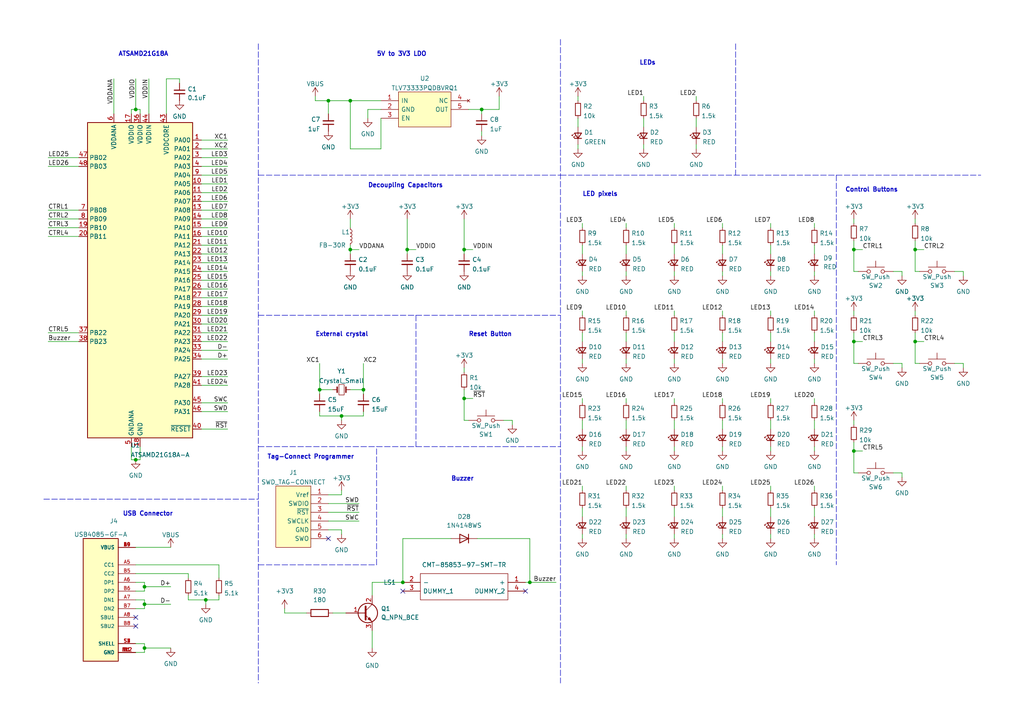
<source format=kicad_sch>
(kicad_sch (version 20211123) (generator eeschema)
  (paper "A4")
  (junction (at 39.37 31.75))
  (junction (at 41.91 187.96))
  (junction (at 247.65 99.06))
  (junction (at 99.06 120.65))
  (junction (at 101.6 72.39))
  (junction (at 265.43 99.06))
  (junction (at 92.71 113.03))
  (junction (at 247.65 130.81))
  (junction (at 95.25 29.21))
  (junction (at 41.91 170.18))
  (junction (at 247.65 72.39))
  (junction (at 265.43 72.39))
  (junction (at 101.6 29.21))
  (junction (at 153.67 168.91))
  (junction (at 116.84 168.91))
  (junction (at 134.62 72.39))
  (junction (at 134.62 115.57))
  (junction (at 118.11 72.39))
  (junction (at 39.37 133.35))
  (junction (at 139.7 31.75))
  (junction (at 105.41 113.03))
  (junction (at 59.69 173.99))
  (junction (at 41.91 175.26))
  (no_connect (at 152.4 171.45))
  (no_connect (at 95.25 156.21))
  (no_connect (at 39.37 181.61))
  (no_connect (at 39.37 179.07))
  (no_connect (at 116.84 171.45))
  (wire (pts (xy 58.42 99.06) (xy 66.04 99.06)))
  (wire (pts (xy 82.55 177.8) (xy 82.55 176.53)))
  (wire (pts (xy 58.42 73.66) (xy 66.04 73.66)))
  (wire (pts (xy 247.65 128.27) (xy 247.65 130.81)))
  (wire (pts (xy 209.55 115.57) (xy 209.55 116.84)))
  (wire (pts (xy 276.86 78.74) (xy 279.4 78.74)))
  (wire (pts (xy 48.26 22.86) (xy 48.26 33.02)))
  (wire (pts (xy 247.65 130.81) (xy 247.65 137.16)))
  (wire (pts (xy 167.64 41.91) (xy 167.64 43.18)))
  (wire (pts (xy 40.64 31.75) (xy 39.37 31.75)))
  (wire (pts (xy 259.08 137.16) (xy 261.62 137.16)))
  (wire (pts (xy 138.43 156.21) (xy 153.67 156.21)))
  (wire (pts (xy 41.91 176.53) (xy 39.37 176.53)))
  (wire (pts (xy 58.42 78.74) (xy 66.04 78.74)))
  (polyline (pts (xy 74.93 91.44) (xy 162.56 91.44)))
  (wire (pts (xy 58.42 93.98) (xy 66.04 93.98)))
  (wire (pts (xy 54.61 166.37) (xy 54.61 167.64)))
  (wire (pts (xy 58.42 60.96) (xy 66.04 60.96)))
  (wire (pts (xy 236.22 147.32) (xy 236.22 149.86)))
  (wire (pts (xy 195.58 78.74) (xy 195.58 80.01)))
  (polyline (pts (xy 120.65 91.44) (xy 120.65 129.54)))
  (wire (pts (xy 13.97 45.72) (xy 22.86 45.72)))
  (wire (pts (xy 236.22 64.77) (xy 236.22 66.04)))
  (wire (pts (xy 134.62 113.03) (xy 134.62 115.57)))
  (wire (pts (xy 209.55 147.32) (xy 209.55 149.86)))
  (wire (pts (xy 223.52 90.17) (xy 223.52 91.44)))
  (wire (pts (xy 91.44 29.21) (xy 95.25 29.21)))
  (wire (pts (xy 13.97 96.52) (xy 22.86 96.52)))
  (wire (pts (xy 181.61 64.77) (xy 181.61 66.04)))
  (wire (pts (xy 58.42 88.9) (xy 66.04 88.9)))
  (wire (pts (xy 95.25 148.59) (xy 104.14 148.59)))
  (wire (pts (xy 223.52 140.97) (xy 223.52 142.24)))
  (wire (pts (xy 223.52 154.94) (xy 223.52 156.21)))
  (wire (pts (xy 96.52 177.8) (xy 100.33 177.8)))
  (wire (pts (xy 116.84 168.91) (xy 116.84 156.21)))
  (wire (pts (xy 261.62 105.41) (xy 261.62 106.68)))
  (wire (pts (xy 106.68 31.75) (xy 110.49 31.75)))
  (wire (pts (xy 247.65 130.81) (xy 250.19 130.81)))
  (wire (pts (xy 236.22 154.94) (xy 236.22 156.21)))
  (wire (pts (xy 236.22 129.54) (xy 236.22 130.81)))
  (wire (pts (xy 39.37 173.99) (xy 41.91 173.99)))
  (wire (pts (xy 168.91 71.12) (xy 168.91 73.66)))
  (wire (pts (xy 95.25 29.21) (xy 95.25 33.02)))
  (wire (pts (xy 99.06 120.65) (xy 92.71 120.65)))
  (wire (pts (xy 39.37 186.69) (xy 41.91 186.69)))
  (wire (pts (xy 265.43 99.06) (xy 265.43 105.41)))
  (wire (pts (xy 58.42 116.84) (xy 66.04 116.84)))
  (wire (pts (xy 247.65 96.52) (xy 247.65 99.06)))
  (wire (pts (xy 48.26 22.86) (xy 52.07 22.86)))
  (wire (pts (xy 236.22 115.57) (xy 236.22 116.84)))
  (wire (pts (xy 91.44 27.94) (xy 91.44 29.21)))
  (wire (pts (xy 58.42 68.58) (xy 66.04 68.58)))
  (wire (pts (xy 247.65 78.74) (xy 248.92 78.74)))
  (wire (pts (xy 265.43 72.39) (xy 265.43 78.74)))
  (wire (pts (xy 38.1 31.75) (xy 39.37 31.75)))
  (wire (pts (xy 265.43 63.5) (xy 265.43 64.77)))
  (wire (pts (xy 41.91 173.99) (xy 41.91 175.26)))
  (wire (pts (xy 236.22 90.17) (xy 236.22 91.44)))
  (polyline (pts (xy 162.56 50.8) (xy 284.48 50.8)))
  (wire (pts (xy 247.65 99.06) (xy 247.65 105.41)))
  (wire (pts (xy 41.91 186.69) (xy 41.91 187.96)))
  (wire (pts (xy 209.55 154.94) (xy 209.55 156.21)))
  (wire (pts (xy 58.42 86.36) (xy 66.04 86.36)))
  (wire (pts (xy 265.43 99.06) (xy 267.97 99.06)))
  (polyline (pts (xy 12.7 144.78) (xy 74.93 144.78)))
  (wire (pts (xy 236.22 71.12) (xy 236.22 73.66)))
  (wire (pts (xy 139.7 31.75) (xy 144.78 31.75)))
  (wire (pts (xy 134.62 115.57) (xy 137.16 115.57)))
  (wire (pts (xy 236.22 96.52) (xy 236.22 99.06)))
  (wire (pts (xy 181.61 71.12) (xy 181.61 73.66)))
  (wire (pts (xy 13.97 99.06) (xy 22.86 99.06)))
  (wire (pts (xy 259.08 105.41) (xy 261.62 105.41)))
  (wire (pts (xy 101.6 72.39) (xy 101.6 73.66)))
  (wire (pts (xy 58.42 58.42) (xy 66.04 58.42)))
  (wire (pts (xy 101.6 29.21) (xy 101.6 43.18)))
  (wire (pts (xy 101.6 63.5) (xy 101.6 66.04)))
  (wire (pts (xy 92.71 120.65) (xy 92.71 119.38)))
  (wire (pts (xy 58.42 71.12) (xy 66.04 71.12)))
  (wire (pts (xy 223.52 115.57) (xy 223.52 116.84)))
  (wire (pts (xy 181.61 78.74) (xy 181.61 80.01)))
  (wire (pts (xy 168.91 90.17) (xy 168.91 91.44)))
  (wire (pts (xy 54.61 172.72) (xy 54.61 173.99)))
  (wire (pts (xy 101.6 113.03) (xy 105.41 113.03)))
  (wire (pts (xy 181.61 154.94) (xy 181.61 156.21)))
  (wire (pts (xy 101.6 71.12) (xy 101.6 72.39)))
  (wire (pts (xy 88.9 177.8) (xy 82.55 177.8)))
  (wire (pts (xy 54.61 173.99) (xy 59.69 173.99)))
  (wire (pts (xy 41.91 168.91) (xy 41.91 170.18)))
  (wire (pts (xy 13.97 48.26) (xy 22.86 48.26)))
  (wire (pts (xy 276.86 105.41) (xy 279.4 105.41)))
  (wire (pts (xy 148.59 121.92) (xy 148.59 123.19)))
  (wire (pts (xy 209.55 90.17) (xy 209.55 91.44)))
  (wire (pts (xy 139.7 38.1) (xy 139.7 39.37)))
  (wire (pts (xy 168.91 140.97) (xy 168.91 142.24)))
  (wire (pts (xy 134.62 121.92) (xy 135.89 121.92)))
  (wire (pts (xy 261.62 78.74) (xy 261.62 80.01)))
  (wire (pts (xy 40.64 133.35) (xy 40.64 129.54)))
  (polyline (pts (xy 213.36 12.7) (xy 213.36 50.8)))
  (wire (pts (xy 58.42 119.38) (xy 66.04 119.38)))
  (wire (pts (xy 195.58 90.17) (xy 195.58 91.44)))
  (wire (pts (xy 41.91 187.96) (xy 49.53 187.96)))
  (wire (pts (xy 181.61 147.32) (xy 181.61 149.86)))
  (wire (pts (xy 236.22 140.97) (xy 236.22 142.24)))
  (wire (pts (xy 41.91 170.18) (xy 41.91 171.45)))
  (wire (pts (xy 265.43 105.41) (xy 266.7 105.41)))
  (polyline (pts (xy 74.93 129.54) (xy 162.56 129.54)))
  (wire (pts (xy 63.5 163.83) (xy 63.5 167.64)))
  (wire (pts (xy 52.07 22.86) (xy 52.07 24.13)))
  (wire (pts (xy 41.91 171.45) (xy 39.37 171.45)))
  (wire (pts (xy 181.61 104.14) (xy 181.61 105.41)))
  (wire (pts (xy 259.08 78.74) (xy 261.62 78.74)))
  (wire (pts (xy 38.1 129.54) (xy 38.1 133.35)))
  (wire (pts (xy 209.55 104.14) (xy 209.55 105.41)))
  (wire (pts (xy 58.42 63.5) (xy 66.04 63.5)))
  (wire (pts (xy 146.05 121.92) (xy 148.59 121.92)))
  (wire (pts (xy 106.68 34.29) (xy 106.68 31.75)))
  (wire (pts (xy 236.22 121.92) (xy 236.22 124.46)))
  (polyline (pts (xy 74.93 50.8) (xy 162.56 50.8)))
  (wire (pts (xy 116.84 156.21) (xy 130.81 156.21)))
  (wire (pts (xy 223.52 121.92) (xy 223.52 124.46)))
  (wire (pts (xy 39.37 133.35) (xy 40.64 133.35)))
  (wire (pts (xy 40.64 33.02) (xy 40.64 31.75)))
  (wire (pts (xy 236.22 104.14) (xy 236.22 105.41)))
  (wire (pts (xy 168.91 129.54) (xy 168.91 130.81)))
  (wire (pts (xy 209.55 71.12) (xy 209.55 73.66)))
  (wire (pts (xy 181.61 90.17) (xy 181.61 91.44)))
  (wire (pts (xy 134.62 106.68) (xy 134.62 107.95)))
  (wire (pts (xy 58.42 53.34) (xy 66.04 53.34)))
  (wire (pts (xy 209.55 129.54) (xy 209.55 130.81)))
  (wire (pts (xy 39.37 168.91) (xy 41.91 168.91)))
  (wire (pts (xy 195.58 121.92) (xy 195.58 124.46)))
  (wire (pts (xy 168.91 78.74) (xy 168.91 80.01)))
  (wire (pts (xy 13.97 68.58) (xy 22.86 68.58)))
  (wire (pts (xy 105.41 119.38) (xy 105.41 120.65)))
  (wire (pts (xy 58.42 96.52) (xy 66.04 96.52)))
  (wire (pts (xy 265.43 90.17) (xy 265.43 91.44)))
  (wire (pts (xy 58.42 83.82) (xy 66.04 83.82)))
  (wire (pts (xy 107.95 168.91) (xy 107.95 172.72)))
  (wire (pts (xy 168.91 154.94) (xy 168.91 156.21)))
  (wire (pts (xy 99.06 142.24) (xy 99.06 143.51)))
  (wire (pts (xy 105.41 113.03) (xy 105.41 114.3)))
  (wire (pts (xy 195.58 71.12) (xy 195.58 73.66)))
  (wire (pts (xy 134.62 115.57) (xy 134.62 121.92)))
  (wire (pts (xy 168.91 147.32) (xy 168.91 149.86)))
  (wire (pts (xy 101.6 72.39) (xy 104.14 72.39)))
  (wire (pts (xy 209.55 140.97) (xy 209.55 142.24)))
  (wire (pts (xy 39.37 158.75) (xy 49.53 158.75)))
  (wire (pts (xy 95.25 153.67) (xy 99.06 153.67)))
  (wire (pts (xy 58.42 66.04) (xy 66.04 66.04)))
  (wire (pts (xy 209.55 96.52) (xy 209.55 99.06)))
  (wire (pts (xy 168.91 115.57) (xy 168.91 116.84)))
  (wire (pts (xy 58.42 124.46) (xy 66.04 124.46)))
  (wire (pts (xy 195.58 64.77) (xy 195.58 66.04)))
  (wire (pts (xy 181.61 140.97) (xy 181.61 142.24)))
  (wire (pts (xy 58.42 43.18) (xy 66.04 43.18)))
  (wire (pts (xy 39.37 166.37) (xy 54.61 166.37)))
  (wire (pts (xy 95.25 151.13) (xy 104.14 151.13)))
  (wire (pts (xy 118.11 72.39) (xy 120.65 72.39)))
  (wire (pts (xy 13.97 60.96) (xy 22.86 60.96)))
  (wire (pts (xy 58.42 81.28) (xy 66.04 81.28)))
  (wire (pts (xy 279.4 78.74) (xy 279.4 80.01)))
  (wire (pts (xy 95.25 143.51) (xy 99.06 143.51)))
  (wire (pts (xy 58.42 48.26) (xy 66.04 48.26)))
  (wire (pts (xy 247.65 69.85) (xy 247.65 72.39)))
  (wire (pts (xy 33.02 22.86) (xy 33.02 33.02)))
  (wire (pts (xy 195.58 147.32) (xy 195.58 149.86)))
  (wire (pts (xy 13.97 63.5) (xy 22.86 63.5)))
  (wire (pts (xy 168.91 104.14) (xy 168.91 105.41)))
  (wire (pts (xy 265.43 96.52) (xy 265.43 99.06)))
  (wire (pts (xy 134.62 63.5) (xy 134.62 72.39)))
  (wire (pts (xy 168.91 64.77) (xy 168.91 66.04)))
  (wire (pts (xy 195.58 154.94) (xy 195.58 156.21)))
  (wire (pts (xy 92.71 114.3) (xy 92.71 113.03)))
  (wire (pts (xy 99.06 121.92) (xy 99.06 120.65)))
  (polyline (pts (xy 74.93 12.7) (xy 74.93 198.12)))
  (wire (pts (xy 223.52 147.32) (xy 223.52 149.86)))
  (wire (pts (xy 116.84 168.91) (xy 107.95 168.91)))
  (wire (pts (xy 118.11 63.5) (xy 118.11 72.39)))
  (wire (pts (xy 161.29 168.91) (xy 153.67 168.91)))
  (wire (pts (xy 38.1 33.02) (xy 38.1 31.75)))
  (wire (pts (xy 247.65 72.39) (xy 250.19 72.39)))
  (wire (pts (xy 110.49 34.29) (xy 110.49 43.18)))
  (wire (pts (xy 58.42 111.76) (xy 66.04 111.76)))
  (wire (pts (xy 63.5 172.72) (xy 63.5 173.99)))
  (wire (pts (xy 101.6 43.18) (xy 110.49 43.18)))
  (wire (pts (xy 39.37 22.86) (xy 39.37 31.75)))
  (wire (pts (xy 195.58 115.57) (xy 195.58 116.84)))
  (wire (pts (xy 247.65 90.17) (xy 247.65 91.44)))
  (wire (pts (xy 153.67 168.91) (xy 152.4 168.91)))
  (wire (pts (xy 95.25 146.05) (xy 104.14 146.05)))
  (wire (pts (xy 261.62 137.16) (xy 261.62 138.43)))
  (wire (pts (xy 139.7 31.75) (xy 139.7 33.02)))
  (wire (pts (xy 41.91 189.23) (xy 39.37 189.23)))
  (wire (pts (xy 209.55 64.77) (xy 209.55 66.04)))
  (wire (pts (xy 43.18 22.86) (xy 43.18 33.02)))
  (wire (pts (xy 223.52 71.12) (xy 223.52 73.66)))
  (wire (pts (xy 223.52 78.74) (xy 223.52 80.01)))
  (wire (pts (xy 265.43 78.74) (xy 266.7 78.74)))
  (wire (pts (xy 38.1 133.35) (xy 39.37 133.35)))
  (wire (pts (xy 92.71 113.03) (xy 96.52 113.03)))
  (wire (pts (xy 223.52 64.77) (xy 223.52 66.04)))
  (wire (pts (xy 107.95 182.88) (xy 107.95 187.96)))
  (wire (pts (xy 223.52 104.14) (xy 223.52 105.41)))
  (wire (pts (xy 101.6 29.21) (xy 110.49 29.21)))
  (wire (pts (xy 247.65 137.16) (xy 248.92 137.16)))
  (wire (pts (xy 265.43 72.39) (xy 267.97 72.39)))
  (wire (pts (xy 186.69 41.91) (xy 186.69 43.18)))
  (wire (pts (xy 41.91 175.26) (xy 41.91 176.53)))
  (wire (pts (xy 58.42 101.6) (xy 66.04 101.6)))
  (wire (pts (xy 41.91 170.18) (xy 49.53 170.18)))
  (wire (pts (xy 58.42 104.14) (xy 66.04 104.14)))
  (wire (pts (xy 201.93 41.91) (xy 201.93 43.18)))
  (wire (pts (xy 95.25 29.21) (xy 101.6 29.21)))
  (wire (pts (xy 195.58 104.14) (xy 195.58 105.41)))
  (wire (pts (xy 247.65 121.92) (xy 247.65 123.19)))
  (wire (pts (xy 168.91 121.92) (xy 168.91 124.46)))
  (polyline (pts (xy 242.57 50.8) (xy 242.57 163.83)))
  (wire (pts (xy 59.69 173.99) (xy 59.69 175.26)))
  (wire (pts (xy 181.61 129.54) (xy 181.61 130.81)))
  (wire (pts (xy 58.42 45.72) (xy 66.04 45.72)))
  (wire (pts (xy 181.61 115.57) (xy 181.61 116.84)))
  (wire (pts (xy 195.58 140.97) (xy 195.58 142.24)))
  (wire (pts (xy 195.58 96.52) (xy 195.58 99.06)))
  (wire (pts (xy 167.64 27.94) (xy 167.64 29.21)))
  (polyline (pts (xy 109.22 163.83) (xy 109.22 129.54)))
  (wire (pts (xy 144.78 27.94) (xy 144.78 31.75)))
  (wire (pts (xy 247.65 63.5) (xy 247.65 64.77)))
  (polyline (pts (xy 74.93 163.83) (xy 109.22 163.83)))
  (wire (pts (xy 99.06 153.67) (xy 99.06 154.94)))
  (wire (pts (xy 39.37 163.83) (xy 63.5 163.83)))
  (wire (pts (xy 41.91 175.26) (xy 49.53 175.26)))
  (wire (pts (xy 209.55 78.74) (xy 209.55 80.01)))
  (wire (pts (xy 58.42 76.2) (xy 66.04 76.2)))
  (wire (pts (xy 195.58 129.54) (xy 195.58 130.81)))
  (wire (pts (xy 41.91 187.96) (xy 41.91 189.23)))
  (wire (pts (xy 167.64 34.29) (xy 167.64 36.83)))
  (wire (pts (xy 181.61 96.52) (xy 181.61 99.06)))
  (wire (pts (xy 58.42 91.44) (xy 66.04 91.44)))
  (wire (pts (xy 118.11 72.39) (xy 118.11 73.66)))
  (wire (pts (xy 265.43 69.85) (xy 265.43 72.39)))
  (wire (pts (xy 247.65 72.39) (xy 247.65 78.74)))
  (wire (pts (xy 223.52 96.52) (xy 223.52 99.06)))
  (wire (pts (xy 58.42 50.8) (xy 66.04 50.8)))
  (wire (pts (xy 58.42 40.64) (xy 66.04 40.64)))
  (wire (pts (xy 201.93 27.94) (xy 201.93 29.21)))
  (wire (pts (xy 99.06 120.65) (xy 105.41 120.65)))
  (wire (pts (xy 209.55 121.92) (xy 209.55 124.46)))
  (wire (pts (xy 13.97 66.04) (xy 22.86 66.04)))
  (wire (pts (xy 134.62 72.39) (xy 137.16 72.39)))
  (wire (pts (xy 247.65 105.41) (xy 248.92 105.41)))
  (wire (pts (xy 186.69 34.29) (xy 186.69 36.83)))
  (wire (pts (xy 247.65 99.06) (xy 250.19 99.06)))
  (wire (pts (xy 223.52 129.54) (xy 223.52 130.81)))
  (wire (pts (xy 168.91 96.52) (xy 168.91 99.06)))
  (wire (pts (xy 186.69 27.94) (xy 186.69 29.21)))
  (wire (pts (xy 58.42 55.88) (xy 66.04 55.88)))
  (wire (pts (xy 135.89 31.75) (xy 139.7 31.75)))
  (wire (pts (xy 92.71 105.41) (xy 92.71 113.03)))
  (polyline (pts (xy 162.56 11.43) (xy 162.56 198.12)))
  (wire (pts (xy 181.61 121.92) (xy 181.61 124.46)))
  (wire (pts (xy 236.22 78.74) (xy 236.22 80.01)))
  (wire (pts (xy 279.4 105.41) (xy 279.4 106.68)))
  (wire (pts (xy 153.67 156.21) (xy 153.67 168.91)))
  (wire (pts (xy 58.42 109.22) (xy 66.04 109.22)))
  (wire (pts (xy 105.41 105.41) (xy 105.41 113.03)))
  (wire (pts (xy 134.62 72.39) (xy 134.62 73.66)))
  (wire (pts (xy 201.93 34.29) (xy 201.93 36.83)))
  (wire (pts (xy 59.69 173.99) (xy 63.5 173.99)))
  (text "5V to 3V3 LDO" (at 109.22 16.51 0) (effects (font (size 1.27 1.27) (thickness 0.254) bold) (justify left bottom)))
  (text "Control Buttons" (at 245.11 55.88 0) (effects (font (size 1.27 1.27) (thickness 0.254) bold) (justify left bottom)))
  (text "External crystal" (at 91.44 97.79 0) (effects (font (size 1.27 1.27) (thickness 0.254) bold) (justify left bottom)))
  (text "Tag-Connect Programmer" (at 77.47 133.35 0) (effects (font (size 1.27 1.27) (thickness 0.254) bold) (justify left bottom)))
  (text "Decoupling Capacitors" (at 106.68 54.61 0) (effects (font (size 1.27 1.27) (thickness 0.254) bold) (justify left bottom)))
  (text "Buzzer" (at 130.81 139.7 0) (effects (font (size 1.27 1.27) (thickness 0.254) bold) (justify left bottom)))
  (text "LEDs" (at 185.42 19.05 0) (effects (font (size 1.27 1.27) (thickness 0.254) bold) (justify left bottom)))
  (text "USB Connector" (at 35.56 149.86 0) (effects (font (size 1.27 1.27) (thickness 0.254) bold) (justify left bottom)))
  (text "ATSAMD21G18A" (at 34.29 16.51 0) (effects (font (size 1.27 1.27) (thickness 0.254) bold) (justify left bottom)))
  (text "Reset Button" (at 135.89 97.79 0) (effects (font (size 1.27 1.27) (thickness 0.254) bold) (justify left bottom)))
  (text "LED pixels" (at 168.91 57.15 0) (effects (font (size 1.27 1.27) (thickness 0.254) bold) (justify left bottom)))
  (label "LED26" (at 236.22 140.97 180) (effects (font (size 1.2446 1.2446))))
  (label "VDDIO" (at 39.37 22.86 270))
  (label "LED9" (at 66.04 66.04 180))
  (label "LED26" (at 13.97 48.26 0))
  (label "LED3" (at 168.91 64.77 180) (effects (font (size 1.2446 1.2446))))
  (label "CTRL3" (at 250.19 99.06 0))
  (label "LED17" (at 66.04 86.36 180))
  (label "LED23" (at 195.58 140.97 180) (effects (font (size 1.2446 1.2446))))
  (label "VDDIO" (at 120.65 72.39 0))
  (label "LED19" (at 223.52 115.57 180) (effects (font (size 1.2446 1.2446))))
  (label "LED1" (at 66.04 53.34 180) (effects (font (size 1.2446 1.2446))))
  (label "LED22" (at 181.61 140.97 180) (effects (font (size 1.2446 1.2446))))
  (label "LED16" (at 66.04 83.82 180))
  (label "CTRL2" (at 13.97 63.5 0))
  (label "CTRL1" (at 250.19 72.39 0))
  (label "CTRL5" (at 250.19 130.81 0))
  (label "LED6" (at 66.04 58.42 180))
  (label "LED24" (at 66.04 111.76 180))
  (label "VDDANA" (at 104.14 72.39 0))
  (label "LED9" (at 168.91 90.17 180) (effects (font (size 1.2446 1.2446))))
  (label "LED4" (at 66.04 48.26 180))
  (label "SWD" (at 66.04 119.38 180) (effects (font (size 1.2446 1.2446))))
  (label "LED20" (at 236.22 115.57 180) (effects (font (size 1.2446 1.2446))))
  (label "LED5" (at 195.58 64.77 180) (effects (font (size 1.2446 1.2446))))
  (label "LED15" (at 168.91 115.57 180) (effects (font (size 1.2446 1.2446))))
  (label "SWC" (at 66.04 116.84 180) (effects (font (size 1.2446 1.2446))))
  (label "LED25" (at 13.97 45.72 0))
  (label "LED3" (at 66.04 45.72 180))
  (label "LED14" (at 236.22 90.17 180) (effects (font (size 1.2446 1.2446))))
  (label "LED5" (at 66.04 50.8 180))
  (label "D+" (at 66.04 104.14 180) (effects (font (size 1.2446 1.2446))))
  (label "XC2" (at 66.04 43.18 180))
  (label "LED8" (at 236.22 64.77 180) (effects (font (size 1.2446 1.2446))))
  (label "LED14" (at 66.04 78.74 180))
  (label "LED7" (at 223.52 64.77 180) (effects (font (size 1.2446 1.2446))))
  (label "XC1" (at 92.71 105.41 180))
  (label "Buzzer" (at 13.97 99.06 0))
  (label "CTRL4" (at 13.97 68.58 0))
  (label "~{RST}" (at 137.16 115.57 0))
  (label "LED8" (at 66.04 63.5 180))
  (label "LED6" (at 209.55 64.77 180) (effects (font (size 1.2446 1.2446))))
  (label "SWD" (at 104.14 146.05 180) (effects (font (size 1.2446 1.2446))))
  (label "VDDIN" (at 137.16 72.39 0))
  (label "LED10" (at 66.04 68.58 180))
  (label "LED11" (at 66.04 71.12 180))
  (label "LED2" (at 66.04 55.88 180) (effects (font (size 1.2446 1.2446))))
  (label "SWC" (at 104.14 151.13 180) (effects (font (size 1.2446 1.2446))))
  (label "LED18" (at 209.55 115.57 180) (effects (font (size 1.2446 1.2446))))
  (label "~{RST}" (at 66.04 124.46 180))
  (label "CTRL3" (at 13.97 66.04 0))
  (label "LED7" (at 66.04 60.96 180))
  (label "LED23" (at 66.04 109.22 180))
  (label "LED25" (at 223.52 140.97 180) (effects (font (size 1.2446 1.2446))))
  (label "CTRL4" (at 267.97 99.06 0))
  (label "LED15" (at 66.04 81.28 180))
  (label "CTRL2" (at 267.97 72.39 0))
  (label "VDDIN" (at 43.18 22.86 270))
  (label "LED20" (at 66.04 93.98 180))
  (label "LED12" (at 209.55 90.17 180) (effects (font (size 1.2446 1.2446))))
  (label "D+" (at 49.53 170.18 180))
  (label "XC2" (at 105.41 105.41 0))
  (label "CTRL1" (at 13.97 60.96 0))
  (label "LED11" (at 195.58 90.17 180) (effects (font (size 1.2446 1.2446))))
  (label "LED21" (at 168.91 140.97 180) (effects (font (size 1.2446 1.2446))))
  (label "LED18" (at 66.04 88.9 180))
  (label "LED12" (at 66.04 73.66 180))
  (label "LED1" (at 186.69 27.94 180) (effects (font (size 1.2446 1.2446))))
  (label "LED4" (at 181.61 64.77 180) (effects (font (size 1.2446 1.2446))))
  (label "LED19" (at 66.04 91.44 180))
  (label "LED13" (at 66.04 76.2 180))
  (label "D-" (at 49.53 175.26 180))
  (label "Buzzer" (at 161.29 168.91 180))
  (label "LED10" (at 181.61 90.17 180) (effects (font (size 1.2446 1.2446))))
  (label "LED2" (at 201.93 27.94 180) (effects (font (size 1.2446 1.2446))))
  (label "LED17" (at 195.58 115.57 180) (effects (font (size 1.2446 1.2446))))
  (label "D-" (at 66.04 101.6 180) (effects (font (size 1.2446 1.2446))))
  (label "LED16" (at 181.61 115.57 180) (effects (font (size 1.2446 1.2446))))
  (label "~{RST}" (at 104.14 148.59 180))
  (label "LED22" (at 66.04 99.06 180))
  (label "CTRL5" (at 13.97 96.52 0))
  (label "LED24" (at 209.55 140.97 180) (effects (font (size 1.2446 1.2446))))
  (label "XC1" (at 66.04 40.64 180))
  (label "LED13" (at 223.52 90.17 180) (effects (font (size 1.2446 1.2446))))
  (label "VDDANA" (at 33.02 22.86 270))
  (label "LED21" (at 66.04 96.52 180))
  (symbol (lib_id "Device:LED_Small") (at 181.61 101.6 90) (unit 1)
    (property "Reference" "D11" (at 183.388 100.628 90) (effects (justify right)))
    (property "Value" "RED" (at 183.388 103.4031 90) (effects (justify right)))
    (property "Footprint" "LED_SMD:LED_0603_1608Metric" (effects hide))
  )
  (symbol (lib_id "Device:LED_Small") (at 201.93 39.37 90) (unit 1)
    (property "Reference" "D3" (at 203.708 38.398 90) (effects (justify right)))
    (property "Value" "RED" (at 203.708 41.1731 90) (effects (justify right)))
    (property "Footprint" "LED_SMD:LED_0603_1608Metric" (effects hide))
  )
  (symbol (lib_id "Switch:SW_Push") (at 254 78.74 0) (unit 1)
    (property "Reference" "SW2" (at 254 82.8208 0))
    (property "Value" "SW_Push" (at 254 80.2839 0))
    (property "Footprint" "Button_Switch_SMD:SW_SPST_TL3305A" (effects hide))
  )
  (symbol (lib_id "power:GND") (at 59.69 175.26 0) (unit 1)
    (property "Reference" "#PWR0123" (effects hide))
    (property "Value" "GND" (at 59.69 179.8225 0))
  )
  (symbol (lib_id "Device:C_Small") (at 139.7 35.56 0) (unit 1)
    (property "Reference" "C8" (at 142.0241 34.6578 0) (effects (justify left)))
    (property "Value" "1uF" (at 142.0241 37.4329 0) (effects (justify left)))
    (property "Footprint" "Capacitor_SMD:C_0603_1608Metric" (effects hide))
  )
  (symbol (lib_id "Device:R_Small") (at 181.61 68.58 0) (unit 1)
    (property "Reference" "R10" (at 183.1086 67.6715 0) (effects (justify left)))
    (property "Value" "1.5k" (at 183.1086 70.4466 0) (effects (justify left)))
    (property "Footprint" "Resistor_SMD:R_0603_1608Metric" (effects hide))
  )
  (symbol (lib_id "power:GND") (at 52.07 29.21 0) (unit 1)
    (property "Reference" "#PWR0120" (effects hide))
    (property "Value" "GND" (at 52.07 33.7725 0))
  )
  (symbol (lib_id "Device:R_Small") (at 223.52 144.78 0) (unit 1)
    (property "Reference" "R35" (at 225.0186 143.8715 0) (effects (justify left)))
    (property "Value" "1.5k" (at 225.0186 146.6466 0) (effects (justify left)))
    (property "Footprint" "Resistor_SMD:R_0603_1608Metric" (effects hide))
  )
  (symbol (lib_id "power:GND") (at 168.91 105.41 0) (unit 1)
    (property "Reference" "#PWR0142" (effects hide))
    (property "Value" "GND" (at 168.91 109.9725 0))
  )
  (symbol (lib_id "power:GND") (at 139.7 39.37 0) (unit 1)
    (property "Reference" "#PWR0103" (effects hide))
    (property "Value" "GND" (at 139.7 43.9325 0))
  )
  (symbol (lib_id "Device:R") (at 92.71 177.8 90) (unit 1)
    (property "Reference" "R30" (at 92.71 171.45 90))
    (property "Value" "180" (at 92.71 173.99 90))
    (property "Footprint" "Resistor_SMD:R_0603_1608Metric_Pad0.98x0.95mm_HandSolder" (effects hide))
  )
  (symbol (lib_id "power:+3V3") (at 247.65 63.5 0) (unit 1)
    (property "Reference" "#PWR0158" (effects hide))
    (property "Value" "+3V3" (at 247.65 59.8955 0))
  )
  (symbol (lib_id "power:+3V3") (at 101.6 63.5 0) (unit 1)
    (property "Reference" "#PWR0109" (effects hide))
    (property "Value" "+3V3" (at 101.6 59.8955 0))
  )
  (symbol (lib_id "Device:Q_NPN_BCE") (at 105.41 177.8 0) (unit 1)
    (property "Reference" "Q1" (at 110.49 176.5299 0) (effects (justify left)))
    (property "Value" "Q_NPN_BCE" (at 110.49 179.0699 0) (effects (justify left)))
    (property "Footprint" "Package_TO_SOT_SMD:SOT-23-3" (effects hide))
  )
  (symbol (lib_id "power:GND") (at 195.58 80.01 0) (unit 1)
    (property "Reference" "#PWR0140" (effects hide))
    (property "Value" "GND" (at 195.58 84.5725 0))
  )
  (symbol (lib_id "power:VBUS") (at 91.44 27.94 0) (unit 1)
    (property "Reference" "#PWR0102" (effects hide))
    (property "Value" "VBUS" (at 91.44 24.3355 0))
  )
  (symbol (lib_id "power:GND") (at 209.55 80.01 0) (unit 1)
    (property "Reference" "#PWR0137" (effects hide))
    (property "Value" "GND" (at 209.55 84.5725 0))
  )
  (symbol (lib_id "Device:R_Small") (at 265.43 93.98 0) (unit 1)
    (property "Reference" "R22" (at 266.9286 93.0715 0) (effects (justify left)))
    (property "Value" "10k" (at 266.9286 95.8466 0) (effects (justify left)))
    (property "Footprint" "Resistor_SMD:R_0603_1608Metric" (effects hide))
  )
  (symbol (lib_id "Device:R_Small") (at 186.69 31.75 0) (unit 1)
    (property "Reference" "R3" (at 188.1886 30.8415 0) (effects (justify left)))
    (property "Value" "1.5k" (at 188.1886 33.6166 0) (effects (justify left)))
    (property "Footprint" "Resistor_SMD:R_0603_1608Metric" (effects hide))
  )
  (symbol (lib_id "power:GND") (at 261.62 80.01 0) (unit 1)
    (property "Reference" "#PWR0149" (effects hide))
    (property "Value" "GND" (at 261.62 84.5725 0))
  )
  (symbol (lib_id "Switch:SW_Push") (at 271.78 78.74 0) (unit 1)
    (property "Reference" "SW3" (at 271.78 82.8208 0))
    (property "Value" "SW_Push" (at 271.78 80.2839 0))
    (property "Footprint" "Button_Switch_SMD:SW_SPST_TL3305A" (effects hide))
  )
  (symbol (lib_id "Device:C_Small") (at 118.11 76.2 0) (unit 1)
    (property "Reference" "C3" (at 120.4341 75.2978 0) (effects (justify left)))
    (property "Value" "0.1uF" (at 120.4341 78.0729 0) (effects (justify left)))
    (property "Footprint" "Capacitor_SMD:C_0603_1608Metric" (effects hide))
  )
  (symbol (lib_id "power:GND") (at 99.06 121.92 0) (unit 1)
    (property "Reference" "#PWR0107" (effects hide))
    (property "Value" "GND" (at 99.06 126.4825 0))
  )
  (symbol (lib_id "Device:R_Small") (at 236.22 93.98 0) (unit 1)
    (property "Reference" "R20" (at 237.7186 93.0715 0) (effects (justify left)))
    (property "Value" "1.5k" (at 237.7186 95.8466 0) (effects (justify left)))
    (property "Footprint" "Resistor_SMD:R_0603_1608Metric" (effects hide))
  )
  (symbol (lib_id "Device:R_Small") (at 265.43 67.31 0) (unit 1)
    (property "Reference" "R8" (at 266.9286 66.4015 0) (effects (justify left)))
    (property "Value" "10k" (at 266.9286 69.1766 0) (effects (justify left)))
    (property "Footprint" "Resistor_SMD:R_0603_1608Metric" (effects hide))
  )
  (symbol (lib_id "Device:LED_Small") (at 223.52 76.2 90) (unit 1)
    (property "Reference" "D8" (at 225.298 75.228 90) (effects (justify right)))
    (property "Value" "RED" (at 225.298 78.0031 90) (effects (justify right)))
    (property "Footprint" "LED_SMD:LED_0603_1608Metric" (effects hide))
  )
  (symbol (lib_id "power:GND") (at 167.64 43.18 0) (unit 1)
    (property "Reference" "#PWR0118" (effects hide))
    (property "Value" "GND" (at 167.64 47.7425 0))
  )
  (symbol (lib_id "Device:LED_Small") (at 195.58 127 90) (unit 1)
    (property "Reference" "D18" (at 197.358 126.028 90) (effects (justify right)))
    (property "Value" "RED" (at 197.358 128.8031 90) (effects (justify right)))
    (property "Footprint" "LED_SMD:LED_0603_1608Metric" (effects hide))
  )
  (symbol (lib_id "Device:LED_Small") (at 236.22 76.2 90) (unit 1)
    (property "Reference" "D9" (at 238.76 74.8664 90) (effects (justify right)))
    (property "Value" "RED" (at 238.76 77.4064 90) (effects (justify right)))
    (property "Footprint" "LED_SMD:LED_0603_1608Metric" (effects hide))
  )
  (symbol (lib_id "power:+3V3") (at 247.65 90.17 0) (unit 1)
    (property "Reference" "#PWR0159" (effects hide))
    (property "Value" "+3V3" (at 247.65 86.5655 0))
  )
  (symbol (lib_id "power:GND") (at 148.59 123.19 0) (unit 1)
    (property "Reference" "#PWR0104" (effects hide))
    (property "Value" "GND" (at 148.59 127.7525 0))
  )
  (symbol (lib_id "Device:C_Small") (at 95.25 35.56 0) (mirror x) (unit 1)
    (property "Reference" "C7" (at 92.9259 34.6451 0) (effects (justify right)))
    (property "Value" "1uF" (at 92.9259 37.4202 0) (effects (justify right)))
    (property "Footprint" "Capacitor_SMD:C_0603_1608Metric" (effects hide))
  )
  (symbol (lib_id "power:GND") (at 195.58 156.21 0) (unit 1)
    (property "Reference" "#PWR0116" (effects hide))
    (property "Value" "GND" (at 195.58 160.7725 0))
  )
  (symbol (lib_id "power:GND") (at 186.69 43.18 0) (unit 1)
    (property "Reference" "#PWR0119" (effects hide))
    (property "Value" "GND" (at 186.69 47.7425 0))
  )
  (symbol (lib_id "Device:LED_Small") (at 167.64 39.37 90) (unit 1)
    (property "Reference" "D1" (at 169.418 38.398 90) (effects (justify right)))
    (property "Value" "GREEN" (at 169.418 41.1731 90) (effects (justify right)))
    (property "Footprint" "LED_SMD:LED_0603_1608Metric" (effects hide))
  )
  (symbol (lib_id "Device:LED_Small") (at 209.55 101.6 90) (unit 1)
    (property "Reference" "D13" (at 211.328 100.628 90) (effects (justify right)))
    (property "Value" "RED" (at 211.328 103.4031 90) (effects (justify right)))
    (property "Footprint" "LED_SMD:LED_0603_1608Metric" (effects hide))
  )
  (symbol (lib_id "Device:C_Small") (at 101.6 76.2 0) (unit 1)
    (property "Reference" "C2" (at 103.9241 75.2978 0) (effects (justify left)))
    (property "Value" "0.1uF" (at 103.9241 78.0729 0) (effects (justify left)))
    (property "Footprint" "Capacitor_SMD:C_0603_1608Metric" (effects hide))
  )
  (symbol (lib_id "Device:R_Small") (at 168.91 93.98 0) (unit 1)
    (property "Reference" "R15" (at 170.4086 93.0715 0) (effects (justify left)))
    (property "Value" "1.5k" (at 170.4086 95.8466 0) (effects (justify left)))
    (property "Footprint" "Resistor_SMD:R_0603_1608Metric" (effects hide))
  )
  (symbol (lib_id "power:GND") (at 181.61 130.81 0) (unit 1)
    (property "Reference" "#PWR0131" (effects hide))
    (property "Value" "GND" (at 181.61 135.3725 0))
  )
  (symbol (lib_id "Device:LED_Small") (at 195.58 76.2 90) (unit 1)
    (property "Reference" "D6" (at 197.358 75.228 90) (effects (justify right)))
    (property "Value" "RED" (at 197.358 78.0031 90) (effects (justify right)))
    (property "Footprint" "LED_SMD:LED_0603_1608Metric" (effects hide))
  )
  (symbol (lib_id "power:+3V3") (at 167.64 27.94 0) (unit 1)
    (property "Reference" "#PWR0115" (effects hide))
    (property "Value" "+3V3" (at 167.64 24.3355 0))
  )
  (symbol (lib_id "Device:C_Small") (at 134.62 76.2 0) (unit 1)
    (property "Reference" "C4" (at 136.9441 75.2978 0) (effects (justify left)))
    (property "Value" "0.1uF" (at 136.9441 78.0729 0) (effects (justify left)))
    (property "Footprint" "Capacitor_SMD:C_0603_1608Metric" (effects hide))
  )
  (symbol (lib_id "Device:R_Small") (at 236.22 144.78 0) (unit 1)
    (property "Reference" "R36" (at 237.7186 143.8715 0) (effects (justify left)))
    (property "Value" "1.5k" (at 237.7186 146.6466 0) (effects (justify left)))
    (property "Footprint" "Resistor_SMD:R_0603_1608Metric" (effects hide))
  )
  (symbol (lib_id "Device:LED_Small") (at 223.52 152.4 90) (unit 1)
    (property "Reference" "D26" (at 225.298 151.428 90) (effects (justify right)))
    (property "Value" "RED" (at 225.298 154.2031 90) (effects (justify right)))
    (property "Footprint" "LED_SMD:LED_0603_1608Metric" (effects hide))
  )
  (symbol (lib_id "power:GND") (at 209.55 130.81 0) (unit 1)
    (property "Reference" "#PWR0128" (effects hide))
    (property "Value" "GND" (at 209.55 135.3725 0))
  )
  (symbol (lib_id "power:+3V3") (at 134.62 106.68 0) (unit 1)
    (property "Reference" "#PWR0113" (effects hide))
    (property "Value" "+3V3" (at 134.62 103.0755 0))
  )
  (symbol (lib_id "power:GND") (at 195.58 105.41 0) (unit 1)
    (property "Reference" "#PWR0143" (effects hide))
    (property "Value" "GND" (at 195.58 109.9725 0))
  )
  (symbol (lib_id "Device:LED_Small") (at 223.52 101.6 90) (unit 1)
    (property "Reference" "D14" (at 225.298 100.628 90) (effects (justify right)))
    (property "Value" "RED" (at 225.298 103.4031 90) (effects (justify right)))
    (property "Footprint" "LED_SMD:LED_0603_1608Metric" (effects hide))
  )
  (symbol (lib_id "Device:R_Small") (at 168.91 119.38 0) (unit 1)
    (property "Reference" "R23" (at 170.4086 118.4715 0) (effects (justify left)))
    (property "Value" "1.5k" (at 170.4086 121.2466 0) (effects (justify left)))
    (property "Footprint" "Resistor_SMD:R_0603_1608Metric" (effects hide))
  )
  (symbol (lib_id "Device:LED_Small") (at 195.58 101.6 90) (unit 1)
    (property "Reference" "D12" (at 197.358 100.628 90) (effects (justify right)))
    (property "Value" "RED" (at 197.358 103.4031 90) (effects (justify right)))
    (property "Footprint" "LED_SMD:LED_0603_1608Metric" (effects hide))
  )
  (symbol (lib_id "power:GND") (at 118.11 78.74 0) (unit 1)
    (property "Reference" "#PWR0110" (effects hide))
    (property "Value" "GND" (at 118.11 83.3025 0))
  )
  (symbol (lib_id "power:GND") (at 39.37 133.35 0) (unit 1)
    (property "Reference" "#PWR0105" (effects hide))
    (property "Value" "GND" (at 39.37 137.9125 0))
  )
  (symbol (lib_id "Device:R_Small") (at 195.58 119.38 0) (unit 1)
    (property "Reference" "R25" (at 197.0786 118.4715 0) (effects (justify left)))
    (property "Value" "1.5k" (at 197.0786 121.2466 0) (effects (justify left)))
    (property "Footprint" "Resistor_SMD:R_0603_1608Metric" (effects hide))
  )
  (symbol (lib_id "Device:R_Small") (at 209.55 68.58 0) (unit 1)
    (property "Reference" "R12" (at 211.0486 67.6715 0) (effects (justify left)))
    (property "Value" "1.5k" (at 211.0486 70.4466 0) (effects (justify left)))
    (property "Footprint" "Resistor_SMD:R_0603_1608Metric" (effects hide))
  )
  (symbol (lib_id "power:GND") (at 134.62 78.74 0) (unit 1)
    (property "Reference" "#PWR0106" (effects hide))
    (property "Value" "GND" (at 134.62 83.3025 0))
  )
  (symbol (lib_id "Device:R_Small") (at 195.58 93.98 0) (unit 1)
    (property "Reference" "R17" (at 197.0786 93.0715 0) (effects (justify left)))
    (property "Value" "1.5k" (at 197.0786 95.8466 0) (effects (justify left)))
    (property "Footprint" "Resistor_SMD:R_0603_1608Metric" (effects hide))
  )
  (symbol (lib_id "power:GND") (at 236.22 80.01 0) (unit 1)
    (property "Reference" "#PWR0161" (effects hide))
    (property "Value" "GND" (at 236.22 84.5725 0))
  )
  (symbol (lib_id "power:GND") (at 101.6 78.74 0) (unit 1)
    (property "Reference" "#PWR0111" (effects hide))
    (property "Value" "GND" (at 101.6 83.3025 0))
  )
  (symbol (lib_id "power:GND") (at 261.62 106.68 0) (unit 1)
    (property "Reference" "#PWR0148" (effects hide))
    (property "Value" "GND" (at 261.62 111.2425 0))
  )
  (symbol (lib_id "Device:C_Small") (at 105.41 116.84 0) (unit 1)
    (property "Reference" "C6" (at 107.7341 115.9378 0) (effects (justify left)))
    (property "Value" "15uF" (at 107.7341 118.7129 0) (effects (justify left)))
    (property "Footprint" "Capacitor_SMD:C_0603_1608Metric" (effects hide))
  )
  (symbol (lib_id "power:GND") (at 223.52 105.41 0) (unit 1)
    (property "Reference" "#PWR0134" (effects hide))
    (property "Value" "GND" (at 223.52 109.9725 0))
  )
  (symbol (lib_id "Device:LED_Small") (at 209.55 127 90) (unit 1)
    (property "Reference" "D19" (at 211.328 126.028 90) (effects (justify right)))
    (property "Value" "RED" (at 211.328 128.8031 90) (effects (justify right)))
    (property "Footprint" "LED_SMD:LED_0603_1608Metric" (effects hide))
  )
  (symbol (lib_id "power:GND") (at 236.22 105.41 0) (unit 1)
    (property "Reference" "#PWR0160" (effects hide))
    (property "Value" "GND" (at 236.22 109.9725 0))
  )
  (symbol (lib_id "Device:C_Small") (at 52.07 26.67 0) (unit 1)
    (property "Reference" "C1" (at 54.3941 25.8416 0) (effects (justify left)))
    (property "Value" "0.1uF" (at 54.3941 28.3785 0) (effects (justify left)))
    (property "Footprint" "Capacitor_SMD:C_0603_1608Metric" (effects hide))
  )
  (symbol (lib_id "Device:R_Small") (at 63.5 170.18 0) (unit 1)
    (property "Reference" "R5" (at 64.9986 169.2715 0) (effects (justify left)))
    (property "Value" "5.1k" (at 64.9986 172.0466 0) (effects (justify left)))
    (property "Footprint" "Resistor_SMD:R_0603_1608Metric" (effects hide))
  )
  (symbol (lib_id "Switch:SW_Push") (at 140.97 121.92 0) (unit 1)
    (property "Reference" "SW1" (at 140.97 126.0008 0))
    (property "Value" "SW_Push" (at 140.97 123.4639 0))
    (property "Footprint" "Button_Switch_SMD:SW_SPST_TL3305A" (effects hide))
  )
  (symbol (lib_id "power:GND") (at 236.22 130.81 0) (unit 1)
    (property "Reference" "#PWR0151" (effects hide))
    (property "Value" "GND" (at 236.22 135.3725 0))
  )
  (symbol (lib_id "Device:R_Small") (at 134.62 110.49 0) (unit 1)
    (property "Reference" "R1" (at 136.1186 109.5815 0) (effects (justify left)))
    (property "Value" "10k" (at 136.1186 112.3566 0) (effects (justify left)))
    (property "Footprint" "Resistor_SMD:R_0603_1608Metric" (effects hide))
  )
  (symbol (lib_id "power:GND") (at 279.4 106.68 0) (unit 1)
    (property "Reference" "#PWR0145" (effects hide))
    (property "Value" "GND" (at 279.4 111.2425 0))
  )
  (symbol (lib_id "hcipcb23:TLV73333PQDBVRQ1") (at 110.49 29.21 0) (unit 1)
    (property "Reference" "U2" (at 123.19 22.7543 0))
    (property "Value" "TLV73333PQDBVRQ1" (at 123.19 25.5294 0))
    (property "Footprint" "hcipcb23:SOT95P280X145-5N" (effects hide))
    (property "Datasheet" "http://www.ti.com/lit/gpn/TLV733P-Q1" (effects hide))
    (property "Description" "Automotive capacitor-free 300-mA LDO regulator with foldback current limit for portable devices" (effects hide))
    (property "Height" "1.45" (effects hide))
    (property "Mouser Part Number" "595-TLV73333PQDBVRQ1" (effects hide))
    (property "Mouser Price/Stock" "https://www.mouser.co.uk/ProductDetail/Texas-Instruments/TLV73333PQDBVRQ1?qs=9r4v7xj2LnnYANXVL3PB4Q%3D%3D" (effects hide))
    (property "Manufacturer_Name" "Texas Instruments" (effects hide))
    (property "Manufacturer_Part_Number" "TLV73333PQDBVRQ1" (effects hide))
  )
  (symbol (lib_id "MCU_Microchip_SAMD:ATSAMD21G18A-A") (at 40.64 81.28 0) (mirror y) (unit 1)
    (property "Reference" "U1" (at 37.8713 129.1495 0) (effects (justify right)))
    (property "Value" "ATSAMD21G18A-A" (at 37.8713 131.9246 0) (effects (justify right)))
    (property "Footprint" "Package_QFP:TQFP-48_7x7mm_P0.5mm" (effects hide))
    (property "Datasheet" "http://ww1.microchip.com/downloads/en/DeviceDoc/SAM_D21_DA1_Family_Data%20Sheet_DS40001882E.pdf" (effects hide))
  )
  (symbol (lib_id "Device:LED_Small") (at 186.69 39.37 90) (unit 1)
    (property "Reference" "D2" (at 188.468 38.398 90) (effects (justify right)))
    (property "Value" "RED" (at 188.468 41.1731 90) (effects (justify right)))
    (property "Footprint" "LED_SMD:LED_0603_1608Metric" (effects hide))
  )
  (symbol (lib_id "Device:LED_Small") (at 209.55 76.2 90) (unit 1)
    (property "Reference" "D7" (at 211.328 75.228 90) (effects (justify right)))
    (property "Value" "RED" (at 211.328 78.0031 90) (effects (justify right)))
    (property "Footprint" "LED_SMD:LED_0603_1608Metric" (effects hide))
  )
  (symbol (lib_id "Device:LED_Small") (at 181.61 127 90) (unit 1)
    (property "Reference" "D17" (at 183.388 126.028 90) (effects (justify right)))
    (property "Value" "RED" (at 183.388 128.8031 90) (effects (justify right)))
    (property "Footprint" "LED_SMD:LED_0603_1608Metric" (effects hide))
  )
  (symbol (lib_id "Device:LED_Small") (at 236.22 101.6 90) (unit 1)
    (property "Reference" "D15" (at 237.998 100.628 90) (effects (justify right)))
    (property "Value" "RED" (at 237.998 103.4031 90) (effects (justify right)))
    (property "Footprint" "LED_SMD:LED_0603_1608Metric" (effects hide))
  )
  (symbol (lib_id "Device:LED_Small") (at 181.61 76.2 90) (unit 1)
    (property "Reference" "D5" (at 183.388 75.228 90) (effects (justify right)))
    (property "Value" "RED" (at 183.388 78.0031 90) (effects (justify right)))
    (property "Footprint" "LED_SMD:LED_0603_1608Metric" (effects hide))
  )
  (symbol (lib_id "power:GND") (at 223.52 156.21 0) (unit 1)
    (property "Reference" "#PWR0152" (effects hide))
    (property "Value" "GND" (at 223.52 160.7725 0))
  )
  (symbol (lib_id "power:GND") (at 181.61 80.01 0) (unit 1)
    (property "Reference" "#PWR0139" (effects hide))
    (property "Value" "GND" (at 181.61 84.5725 0))
  )
  (symbol (lib_id "power:GND") (at 181.61 156.21 0) (unit 1)
    (property "Reference" "#PWR0117" (effects hide))
    (property "Value" "GND" (at 181.61 160.7725 0))
  )
  (symbol (lib_id "power:+3V3") (at 99.06 142.24 0) (unit 1)
    (property "Reference" "#PWR0124" (effects hide))
    (property "Value" "+3V3" (at 99.06 138.6355 0))
  )
  (symbol (lib_id "hcipcb23:SWD_TAG-CONNECT") (at 85.09 149.86 0) (unit 1)
    (property "Reference" "J1" (at 85.09 137.0543 0))
    (property "Value" "SWD_TAG-CONNECT" (at 85.09 139.8294 0))
    (property "Footprint" "Connector:Tag-Connect_TC2030-IDC-FP_2x03_P1.27mm_Vertical" (effects hide))
    (property "Datasheet" "https://www.tag-connect.com/wp-content/uploads/bsk-pdf-manager/TC2030-CTX_1.pdf" (effects hide))
  )
  (symbol (lib_id "Device:R_Small") (at 236.22 119.38 0) (unit 1)
    (property "Reference" "R28" (at 237.7186 118.4715 0) (effects (justify left)))
    (property "Value" "1.5k" (at 237.7186 121.2466 0) (effects (justify left)))
    (property "Footprint" "Resistor_SMD:R_0603_1608Metric" (effects hide))
  )
  (symbol (lib_id "Device:R_Small") (at 167.64 31.75 0) (unit 1)
    (property "Reference" "R2" (at 169.1386 30.8415 0) (effects (justify left)))
    (property "Value" "10k" (at 169.1386 33.6166 0) (effects (justify left)))
    (property "Footprint" "Resistor_SMD:R_0603_1608Metric" (effects hide))
  )
  (symbol (lib_id "Switch:SW_Push") (at 254 105.41 0) (unit 1)
    (property "Reference" "SW4" (at 254 109.4908 0))
    (property "Value" "SW_Push" (at 254 106.9539 0))
    (property "Footprint" "Button_Switch_SMD:SW_SPST_TL3305A" (effects hide))
  )
  (symbol (lib_id "Device:R_Small") (at 247.65 125.73 0) (unit 1)
    (property "Reference" "R29" (at 249.1486 124.8215 0) (effects (justify left)))
    (property "Value" "10k" (at 249.1486 127.5966 0) (effects (justify left)))
    (property "Footprint" "Resistor_SMD:R_0603_1608Metric" (effects hide))
  )
  (symbol (lib_id "Device:C_Small") (at 92.71 116.84 0) (unit 1)
    (property "Reference" "C5" (at 95.0341 115.9378 0) (effects (justify left)))
    (property "Value" "15uF" (at 95.0341 118.7129 0) (effects (justify left)))
    (property "Footprint" "Capacitor_SMD:C_0603_1608Metric" (effects hide))
  )
  (symbol (lib_id "power:GND") (at 223.52 130.81 0) (unit 1)
    (property "Reference" "#PWR0150" (effects hide))
    (property "Value" "GND" (at 223.52 135.3725 0))
  )
  (symbol (lib_id "power:GND") (at 201.93 43.18 0) (unit 1)
    (property "Reference" "#PWR0125" (effects hide))
    (property "Value" "GND" (at 201.93 47.7425 0))
  )
  (symbol (lib_id "power:GND") (at 95.25 38.1 0) (unit 1)
    (property "Reference" "#PWR0126" (effects hide))
    (property "Value" "GND" (at 95.25 42.6625 0))
  )
  (symbol (lib_id "Device:LED_Small") (at 168.91 152.4 90) (unit 1)
    (property "Reference" "D22" (at 170.688 151.428 90) (effects (justify right)))
    (property "Value" "RED" (at 170.688 154.2031 90) (effects (justify right)))
    (property "Footprint" "LED_SMD:LED_0603_1608Metric" (effects hide))
  )
  (symbol (lib_name "GND_1") (lib_id "power:GND") (at 107.95 187.96 0) (unit 1)
    (property "Reference" "#PWR0156" (effects hide))
    (property "Value" "GND" (at 107.95 193.04 0))
  )
  (symbol (lib_id "Device:R_Small") (at 181.61 144.78 0) (unit 1)
    (property "Reference" "R32" (at 183.1086 143.8715 0) (effects (justify left)))
    (property "Value" "1.5k" (at 183.1086 146.6466 0) (effects (justify left)))
    (property "Footprint" "Resistor_SMD:R_0603_1608Metric" (effects hide))
  )
  (symbol (lib_id "power:+3V3") (at 144.78 27.94 0) (unit 1)
    (property "Reference" "#PWR0127" (effects hide))
    (property "Value" "+3V3" (at 144.78 24.3355 0))
  )
  (symbol (lib_id "Device:LED_Small") (at 209.55 152.4 90) (unit 1)
    (property "Reference" "D25" (at 211.328 151.428 90) (effects (justify right)))
    (property "Value" "RED" (at 211.328 154.2031 90) (effects (justify right)))
    (property "Footprint" "LED_SMD:LED_0603_1608Metric" (effects hide))
  )
  (symbol (lib_id "hcipcb23:USB4085-GF-A") (at 29.21 173.99 0) (mirror y) (unit 1)
    (property "Reference" "J4" (at 33.02 151.13 0))
    (property "Value" "USB4085-GF-A" (at 29.21 155.0186 0))
    (property "Footprint" "hcipcb23:GCT_USB4085-GF-A" (effects hide))
    (property "SNAPEDA_PN" "USB4085-GF-A" (effects hide))
    (property "MAXIMUM_PACKAGE_HEIGHT" "3.46 mm" (effects hide))
    (property "STANDARDD" "Manufacturer Recommendations" (effects hide))
    (property "MANUFACTURER" "Global Connector Technology" (effects hide))
    (property "PARTREV" "A4" (effects hide))
  )
  (symbol (lib_id "Device:LED_Small") (at 195.58 152.4 90) (unit 1)
    (property "Reference" "D24" (at 197.358 151.428 90) (effects (justify right)))
    (property "Value" "RED" (at 197.358 154.2031 90) (effects (justify right)))
    (property "Footprint" "LED_SMD:LED_0603_1608Metric" (effects hide))
  )
  (symbol (lib_id "power:VBUS") (at 49.53 158.75 0) (unit 1)
    (property "Reference" "#PWR0122" (effects hide))
    (property "Value" "VBUS" (at 49.53 155.1455 0))
  )
  (symbol (lib_id "Device:R_Small") (at 247.65 93.98 0) (unit 1)
    (property "Reference" "R21" (at 249.1486 93.0715 0) (effects (justify left)))
    (property "Value" "10k" (at 249.1486 95.8466 0) (effects (justify left)))
    (property "Footprint" "Resistor_SMD:R_0603_1608Metric" (effects hide))
  )
  (symbol (lib_id "power:+3V3") (at 134.62 63.5 0) (unit 1)
    (property "Reference" "#PWR0108" (effects hide))
    (property "Value" "+3V3" (at 134.62 59.8955 0))
  )
  (symbol (lib_id "Device:LED_Small") (at 223.52 127 90) (unit 1)
    (property "Reference" "D20" (at 225.298 126.028 90) (effects (justify right)))
    (property "Value" "RED" (at 225.298 128.8031 90) (effects (justify right)))
    (property "Footprint" "LED_SMD:LED_0603_1608Metric" (effects hide))
  )
  (symbol (lib_id "Device:R_Small") (at 247.65 67.31 0) (unit 1)
    (property "Reference" "R7" (at 249.1486 66.4015 0) (effects (justify left)))
    (property "Value" "10k" (at 249.1486 69.1766 0) (effects (justify left)))
    (property "Footprint" "Resistor_SMD:R_0603_1608Metric" (effects hide))
  )
  (symbol (lib_id "power:GND") (at 279.4 80.01 0) (unit 1)
    (property "Reference" "#PWR0146" (effects hide))
    (property "Value" "GND" (at 279.4 84.5725 0))
  )
  (symbol (lib_id "power:GND") (at 181.61 105.41 0) (unit 1)
    (property "Reference" "#PWR0144" (effects hide))
    (property "Value" "GND" (at 181.61 109.9725 0))
  )
  (symbol (lib_id "Device:LED_Small") (at 168.91 101.6 90) (unit 1)
    (property "Reference" "D10" (at 170.688 100.628 90) (effects (justify right)))
    (property "Value" "RED" (at 170.688 103.4031 90) (effects (justify right)))
    (property "Footprint" "LED_SMD:LED_0603_1608Metric" (effects hide))
  )
  (symbol (lib_id "Diode:1N4148WS") (at 134.62 156.21 180) (unit 1)
    (property "Reference" "D28" (at 134.62 149.86 0))
    (property "Value" "1N4148WS" (at 134.62 152.4 0))
    (property "Footprint" "Diode_SMD:D_0603_1608Metric_Pad1.05x0.95mm_HandSolder" (effects hide))
    (property "Datasheet" "https://www.vishay.com/docs/85751/1n4148ws.pdf" (effects hide))
  )
  (symbol (lib_id "power:GND") (at 209.55 156.21 0) (unit 1)
    (property "Reference" "#PWR0130" (effects hide))
    (property "Value" "GND" (at 209.55 160.7725 0))
  )
  (symbol (lib_id "power:GND") (at 261.62 138.43 0) (unit 1)
    (property "Reference" "#PWR0154" (effects hide))
    (property "Value" "GND" (at 261.62 142.9925 0))
  )
  (symbol (lib_id "power:GND") (at 106.68 34.29 0) (unit 1)
    (property "Reference" "#PWR0121" (effects hide))
    (property "Value" "GND" (at 106.68 38.8525 0))
  )
  (symbol (lib_id "power:+3V3") (at 118.11 63.5 0) (unit 1)
    (property "Reference" "#PWR0112" (effects hide))
    (property "Value" "+3V3" (at 118.11 59.8955 0))
  )
  (symbol (lib_id "power:GND") (at 99.06 154.94 0) (unit 1)
    (property "Reference" "#PWR0114" (effects hide))
    (property "Value" "GND" (at 99.06 159.5025 0))
  )
  (symbol (lib_id "power:+3V3") (at 265.43 90.17 0) (unit 1)
    (property "Reference" "#PWR0147" (effects hide))
    (property "Value" "+3V3" (at 265.43 86.5655 0))
  )
  (symbol (lib_id "Device:R_Small") (at 223.52 68.58 0) (unit 1)
    (property "Reference" "R13" (at 225.0186 67.6715 0) (effects (justify left)))
    (property "Value" "1.5k" (at 225.0186 70.4466 0) (effects (justify left)))
    (property "Footprint" "Resistor_SMD:R_0603_1608Metric" (effects hide))
  )
  (symbol (lib_id "Device:L_Small") (at 101.6 68.58 0) (unit 1)
    (property "Reference" "L1" (at 99.06 67.31 0) (effects (justify left)))
    (property "Value" "FB-30R" (at 100.33 71.12 0) (effects (justify right)))
    (property "Footprint" "Inductor_SMD:L_0603_1608Metric" (effects hide))
    (property "Datasheet" "https://www.mouser.com/ProductDetail/Laird-Performance-Materials/MI0603K300R-10?qs=8M15sSGRUn9O65riDsnw2w%3D%3D" (effects hide))
  )
  (symbol (lib_id "power:GND") (at 223.52 80.01 0) (unit 1)
    (property "Reference" "#PWR0136" (effects hide))
    (property "Value" "GND" (at 223.52 84.5725 0))
  )
  (symbol (lib_id "Device:R_Small") (at 209.55 93.98 0) (unit 1)
    (property "Reference" "R18" (at 211.0486 93.0715 0) (effects (justify left)))
    (property "Value" "1.5k" (at 211.0486 95.8466 0) (effects (justify left)))
    (property "Footprint" "Resistor_SMD:R_0603_1608Metric" (effects hide))
  )
  (symbol (lib_id "buzzer:CMT-85853-97-SMT-TR") (at 116.84 168.91 0) (unit 1)
    (property "Reference" "LS1" (at 113.03 168.91 0))
    (property "Value" "CMT-85853-97-SMT-TR" (at 134.62 163.83 0))
    (property "Footprint" "CMT8585397SMTTR" (effects hide))
    (property "Datasheet" "https://www.cuidevices.com/product/resource/cmt-85853-97-smt-tr.pdf" (effects hide))
    (property "Description" "Piezo Buzzers & Audio Indicators" (effects hide))
    (property "Height" "3.5" (effects hide))
    (property "Mouser Part Number" "490-CMT8585397SMTTR" (effects hide))
    (property "Mouser Price/Stock" "https://www.mouser.co.uk/ProductDetail/CUI-Devices/CMT-85853-97-SMT-TR?qs=pBJMDPsKWf2YLD3HioRRrg%3D%3D" (effects hide))
    (property "Manufacturer_Name" "CUI Devices" (effects hide))
    (property "Manufacturer_Part_Number" "CMT-85853-97-SMT-TR" (effects hide))
  )
  (symbol (lib_id "Device:R_Small") (at 223.52 119.38 0) (unit 1)
    (property "Reference" "R27" (at 225.0186 118.4715 0) (effects (justify left)))
    (property "Value" "1.5k" (at 225.0186 121.2466 0) (effects (justify left)))
    (property "Footprint" "Resistor_SMD:R_0603_1608Metric" (effects hide))
  )
  (symbol (lib_id "Device:R_Small") (at 168.91 68.58 0) (unit 1)
    (property "Reference" "R9" (at 170.4086 67.6715 0) (effects (justify left)))
    (property "Value" "1.5k" (at 170.4086 70.4466 0) (effects (justify left)))
    (property "Footprint" "Resistor_SMD:R_0603_1608Metric" (effects hide))
  )
  (symbol (lib_id "Device:LED_Small") (at 168.91 76.2 90) (unit 1)
    (property "Reference" "D4" (at 170.688 75.228 90) (effects (justify right)))
    (property "Value" "RED" (at 170.688 78.0031 90) (effects (justify right)))
    (property "Footprint" "LED_SMD:LED_0603_1608Metric" (effects hide))
  )
  (symbol (lib_id "Device:LED_Small") (at 236.22 127 90) (unit 1)
    (property "Reference" "D21" (at 237.998 126.028 90) (effects (justify right)))
    (property "Value" "RED" (at 237.998 128.8031 90) (effects (justify right)))
    (property "Footprint" "LED_SMD:LED_0603_1608Metric" (effects hide))
  )
  (symbol (lib_id "Device:R_Small") (at 168.91 144.78 0) (unit 1)
    (property "Reference" "R31" (at 170.4086 143.8715 0) (effects (justify left)))
    (property "Value" "1.5k" (at 170.4086 146.6466 0) (effects (justify left)))
    (property "Footprint" "Resistor_SMD:R_0603_1608Metric" (effects hide))
  )
  (symbol (lib_name "+3V3_1") (lib_id "power:+3V3") (at 82.55 176.53 0) (unit 1)
    (property "Reference" "#PWR0155" (effects hide))
    (property "Value" "+3V3" (at 82.55 171.45 0))
  )
  (symbol (lib_id "Device:R_Small") (at 181.61 93.98 0) (unit 1)
    (property "Reference" "R16" (at 183.1086 93.0715 0) (effects (justify left)))
    (property "Value" "1.5k" (at 183.1086 95.8466 0) (effects (justify left)))
    (property "Footprint" "Resistor_SMD:R_0603_1608Metric" (effects hide))
  )
  (symbol (lib_id "Device:LED_Small") (at 181.61 152.4 90) (unit 1)
    (property "Reference" "D23" (at 183.388 151.428 90) (effects (justify right)))
    (property "Value" "RED" (at 183.388 154.2031 90) (effects (justify right)))
    (property "Footprint" "LED_SMD:LED_0603_1608Metric" (effects hide))
  )
  (symbol (lib_id "Device:R_Small") (at 236.22 68.58 0) (unit 1)
    (property "Reference" "R14" (at 237.7186 67.6715 0) (effects (justify left)))
    (property "Value" "1.5k" (at 237.7186 70.4466 0) (effects (justify left)))
    (property "Footprint" "Resistor_SMD:R_0603_1608Metric" (effects hide))
  )
  (symbol (lib_id "Device:R_Small") (at 195.58 68.58 0) (unit 1)
    (property "Reference" "R11" (at 197.0786 67.6715 0) (effects (justify left)))
    (property "Value" "1.5k" (at 197.0786 70.4466 0) (effects (justify left)))
    (property "Footprint" "Resistor_SMD:R_0603_1608Metric" (effects hide))
  )
  (symbol (lib_id "Device:R_Small") (at 223.52 93.98 0) (unit 1)
    (property "Reference" "R19" (at 225.0186 93.0715 0) (effects (justify left)))
    (property "Value" "1.5k" (at 225.0186 95.8466 0) (effects (justify left)))
    (property "Footprint" "Resistor_SMD:R_0603_1608Metric" (effects hide))
  )
  (symbol (lib_id "power:GND") (at 195.58 130.81 0) (unit 1)
    (property "Reference" "#PWR0129" (effects hide))
    (property "Value" "GND" (at 195.58 135.3725 0))
  )
  (symbol (lib_id "Device:R_Small") (at 209.55 144.78 0) (unit 1)
    (property "Reference" "R34" (at 211.0486 143.8715 0) (effects (justify left)))
    (property "Value" "1.5k" (at 211.0486 146.6466 0) (effects (justify left)))
    (property "Footprint" "Resistor_SMD:R_0603_1608Metric" (effects hide))
  )
  (symbol (lib_id "Device:R_Small") (at 54.61 170.18 0) (unit 1)
    (property "Reference" "R4" (at 56.1086 169.2715 0) (effects (justify left)))
    (property "Value" "5.1k" (at 56.1086 172.0466 0) (effects (justify left)))
    (property "Footprint" "Resistor_SMD:R_0603_1608Metric" (effects hide))
  )
  (symbol (lib_id "Device:R_Small") (at 209.55 119.38 0) (unit 1)
    (property "Reference" "R26" (at 211.0486 118.4715 0) (effects (justify left)))
    (property "Value" "1.5k" (at 211.0486 121.2466 0) (effects (justify left)))
    (property "Footprint" "Resistor_SMD:R_0603_1608Metric" (effects hide))
  )
  (symbol (lib_id "power:GND") (at 168.91 156.21 0) (unit 1)
    (property "Reference" "#PWR0133" (effects hide))
    (property "Value" "GND" (at 168.91 160.7725 0))
  )
  (symbol (lib_id "power:GND") (at 236.22 156.21 0) (unit 1)
    (property "Reference" "#PWR0153" (effects hide))
    (property "Value" "GND" (at 236.22 160.7725 0))
  )
  (symbol (lib_id "power:+3V3") (at 265.43 63.5 0) (unit 1)
    (property "Reference" "#PWR0138" (effects hide))
    (property "Value" "+3V3" (at 265.43 59.8955 0))
  )
  (symbol (lib_id "power:+3V3") (at 247.65 121.92 0) (unit 1)
    (property "Reference" "#PWR0157" (effects hide))
    (property "Value" "+3V3" (at 247.65 118.3155 0))
  )
  (symbol (lib_id "power:GND") (at 168.91 130.81 0) (unit 1)
    (property "Reference" "#PWR0132" (effects hide))
    (property "Value" "GND" (at 168.91 135.3725 0))
  )
  (symbol (lib_id "power:GND") (at 168.91 80.01 0) (unit 1)
    (property "Reference" "#PWR0141" (effects hide))
    (property "Value" "GND" (at 168.91 84.5725 0))
  )
  (symbol (lib_id "Device:LED_Small") (at 236.22 152.4 90) (unit 1)
    (property "Reference" "D27" (at 237.998 151.428 90) (effects (justify right)))
    (property "Value" "RED" (at 237.998 154.2031 90) (effects (justify right)))
    (property "Footprint" "LED_SMD:LED_0603_1608Metric" (effects hide))
  )
  (symbol (lib_id "Switch:SW_Push") (at 271.78 105.41 0) (unit 1)
    (property "Reference" "SW5" (at 271.78 109.4908 0))
    (property "Value" "SW_Push" (at 271.78 106.9539 0))
    (property "Footprint" "Button_Switch_SMD:SW_SPST_TL3305A" (effects hide))
  )
  (symbol (lib_id "Device:R_Small") (at 195.58 144.78 0) (unit 1)
    (property "Reference" "R33" (at 197.0786 143.8715 0) (effects (justify left)))
    (property "Value" "1.5k" (at 197.0786 146.6466 0) (effects (justify left)))
    (property "Footprint" "Resistor_SMD:R_0603_1608Metric" (effects hide))
  )
  (symbol (lib_id "Device:R_Small") (at 181.61 119.38 0) (unit 1)
    (property "Reference" "R24" (at 183.1086 118.4715 0) (effects (justify left)))
    (property "Value" "1.5k" (at 183.1086 121.2466 0) (effects (justify left)))
    (property "Footprint" "Resistor_SMD:R_0603_1608Metric" (effects hide))
  )
  (symbol (lib_id "power:GND") (at 209.55 105.41 0) (unit 1)
    (property "Reference" "#PWR0135" (effects hide))
    (property "Value" "GND" (at 209.55 109.9725 0))
  )
  (symbol (lib_id "Device:R_Small") (at 201.93 31.75 0) (unit 1)
    (property "Reference" "R6" (at 203.4286 30.8415 0) (effects (justify left)))
    (property "Value" "1.5k" (at 203.4286 33.6166 0) (effects (justify left)))
    (property "Footprint" "Resistor_SMD:R_0603_1608Metric" (effects hide))
  )
  (symbol (lib_id "Switch:SW_Push") (at 254 137.16 0) (unit 1)
    (property "Reference" "SW6" (at 254 141.2408 0))
    (property "Value" "SW_Push" (at 254 138.7039 0))
    (property "Footprint" "Button_Switch_SMD:SW_SPST_TL3305A" (effects hide))
  )
  (symbol (lib_id "power:GND") (at 49.53 187.96 0) (unit 1)
    (property "Reference" "#PWR0101" (effects hide))
    (property "Value" "GND" (at 49.53 192.5225 0))
  )
  (symbol (lib_id "Device:LED_Small") (at 168.91 127 90) (unit 1)
    (property "Reference" "D16" (at 170.688 126.028 90) (effects (justify right)))
    (property "Value" "RED" (at 170.688 128.8031 90) (effects (justify right)))
    (property "Footprint" "LED_SMD:LED_0603_1608Metric" (effects hide))
  )
  (symbol (lib_id "Device:Crystal_Small") (at 99.06 113.03 180) (unit 1)
    (property "Reference" "Y1" (at 99.06 107.6665 0))
    (property "Value" "Crystal_Small" (at 99.06 110.4416 0))
    (property "Footprint" "Crystal:Crystal_SMD_3215-2Pin_3.2x1.5mm" (effects hide))
  )
)
</source>
